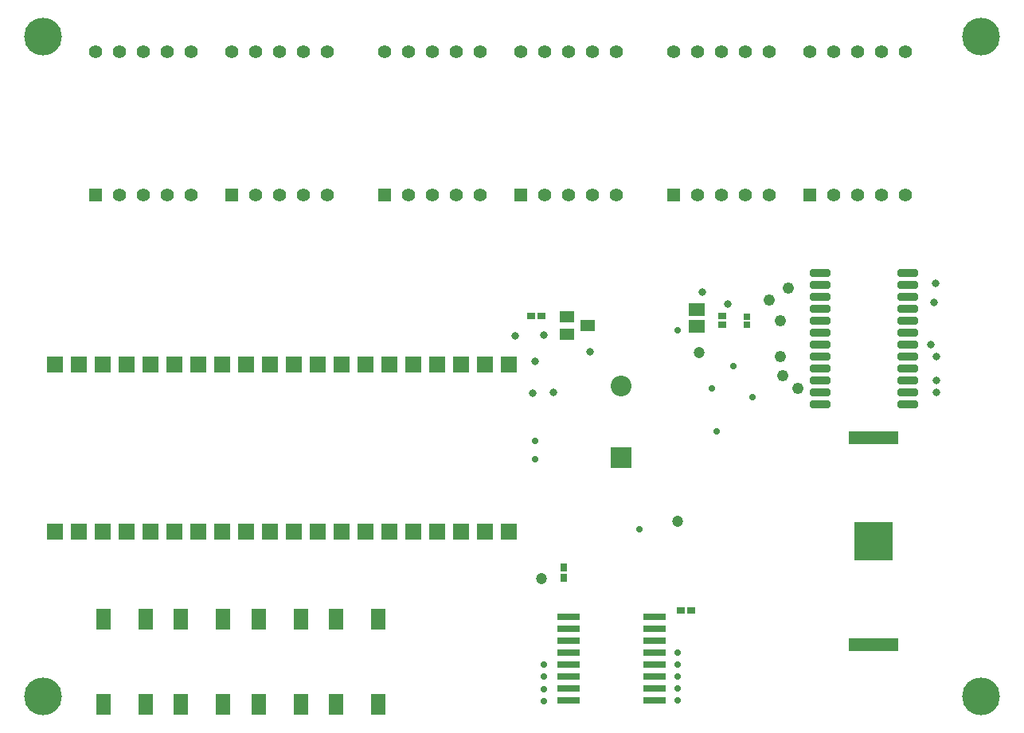
<source format=gts>
G04*
G04 #@! TF.GenerationSoftware,Altium Limited,Altium Designer,25.8.1 (18)*
G04*
G04 Layer_Color=8388736*
%FSLAX25Y25*%
%MOIN*%
G70*
G04*
G04 #@! TF.SameCoordinates,1EE29D71-5A0B-43A1-B93D-2EDC50B85403*
G04*
G04*
G04 #@! TF.FilePolarity,Negative*
G04*
G01*
G75*
%ADD24R,0.03162X0.03005*%
%ADD25R,0.06312X0.09068*%
%ADD26R,0.03241X0.03162*%
%ADD27R,0.06587X0.05328*%
%ADD28R,0.03753X0.03162*%
%ADD29R,0.03162X0.03753*%
%ADD30R,0.09461X0.03162*%
%ADD31R,0.16391X0.16391*%
%ADD32R,0.20800X0.05800*%
G04:AMPARAMS|DCode=33|XSize=88.71mil|YSize=31.23mil|CornerRadius=6.9mil|HoleSize=0mil|Usage=FLASHONLY|Rotation=180.000|XOffset=0mil|YOffset=0mil|HoleType=Round|Shape=RoundedRectangle|*
%AMROUNDEDRECTD33*
21,1,0.08871,0.01742,0,0,180.0*
21,1,0.07490,0.03123,0,0,180.0*
1,1,0.01381,-0.03745,0.00871*
1,1,0.01381,0.03745,0.00871*
1,1,0.01381,0.03745,-0.00871*
1,1,0.01381,-0.03745,-0.00871*
%
%ADD33ROUNDEDRECTD33*%
%ADD34R,0.06312X0.04737*%
%ADD35R,0.06737X0.06737*%
%ADD36R,0.05595X0.05595*%
%ADD37C,0.05595*%
%ADD38R,0.08674X0.08674*%
%ADD39C,0.08674*%
%ADD40C,0.15800*%
%ADD41C,0.04737*%
%ADD42C,0.02800*%
%ADD43C,0.03200*%
%ADD44C,0.04800*%
D24*
X412500Y342213D02*
D03*
Y338787D02*
D03*
D25*
X143142Y179587D02*
D03*
X160858D02*
D03*
X143142Y215413D02*
D03*
X160858D02*
D03*
X175642Y179587D02*
D03*
X193358D02*
D03*
X175642Y215413D02*
D03*
X193358D02*
D03*
X208142Y179587D02*
D03*
X225858D02*
D03*
X208142Y215413D02*
D03*
X225858D02*
D03*
X240642Y179587D02*
D03*
X258358D02*
D03*
X240642Y215413D02*
D03*
X258358D02*
D03*
D26*
X402280Y342357D02*
D03*
Y338735D02*
D03*
D27*
X391500Y338035D02*
D03*
Y344965D02*
D03*
D28*
X389165Y219000D02*
D03*
X384835D02*
D03*
X326665Y342500D02*
D03*
X322335D02*
D03*
D29*
X336000Y237165D02*
D03*
Y232835D02*
D03*
D30*
X337779Y211500D02*
D03*
X374000Y201500D02*
D03*
X337779Y216500D02*
D03*
Y206500D02*
D03*
Y201500D02*
D03*
X374000Y206500D02*
D03*
Y196500D02*
D03*
Y191500D02*
D03*
X337779D02*
D03*
X374000Y181500D02*
D03*
X337779Y196500D02*
D03*
Y186500D02*
D03*
X374000D02*
D03*
X337779Y181500D02*
D03*
X374000Y211500D02*
D03*
Y216500D02*
D03*
D31*
X465500Y248000D02*
D03*
D32*
Y291248D02*
D03*
Y204752D02*
D03*
D33*
X479827Y305500D02*
D03*
Y310500D02*
D03*
Y315500D02*
D03*
Y320500D02*
D03*
Y325500D02*
D03*
Y330500D02*
D03*
Y335500D02*
D03*
Y340500D02*
D03*
Y345500D02*
D03*
Y350500D02*
D03*
Y355500D02*
D03*
Y360500D02*
D03*
X443173D02*
D03*
Y355500D02*
D03*
Y350500D02*
D03*
Y345500D02*
D03*
Y340500D02*
D03*
Y335500D02*
D03*
Y330500D02*
D03*
Y325500D02*
D03*
Y320500D02*
D03*
Y315500D02*
D03*
Y310500D02*
D03*
Y305500D02*
D03*
D34*
X345831Y338500D02*
D03*
X337169Y334760D02*
D03*
Y342240D02*
D03*
D35*
X203000Y252000D02*
D03*
X163000D02*
D03*
X153000D02*
D03*
X143000D02*
D03*
X223000D02*
D03*
X133000D02*
D03*
X183000D02*
D03*
X233000D02*
D03*
X193000D02*
D03*
X173000D02*
D03*
X213000D02*
D03*
X243000D02*
D03*
X123000D02*
D03*
X283000Y322000D02*
D03*
X313000Y252000D02*
D03*
X303000D02*
D03*
X313000Y322000D02*
D03*
X283000Y252000D02*
D03*
X303000Y322000D02*
D03*
X293000D02*
D03*
Y252000D02*
D03*
X253000D02*
D03*
X273000Y322000D02*
D03*
X263000Y252000D02*
D03*
Y322000D02*
D03*
X253000D02*
D03*
X273000Y252000D02*
D03*
X153000Y322000D02*
D03*
X143000D02*
D03*
X133000D02*
D03*
X123000D02*
D03*
X193000D02*
D03*
X203000D02*
D03*
X233000D02*
D03*
X223000D02*
D03*
X173000D02*
D03*
X163000D02*
D03*
X213000D02*
D03*
X243000D02*
D03*
X183000D02*
D03*
D36*
X140000Y393000D02*
D03*
X197000D02*
D03*
X261000D02*
D03*
X318000D02*
D03*
X382000D02*
D03*
X439000D02*
D03*
D37*
X150000D02*
D03*
X160000D02*
D03*
X170000D02*
D03*
X180000D02*
D03*
Y453000D02*
D03*
X170000D02*
D03*
X160000D02*
D03*
X150000D02*
D03*
X140000D02*
D03*
X207000Y393000D02*
D03*
X217000D02*
D03*
X227000D02*
D03*
X237000D02*
D03*
Y453000D02*
D03*
X227000D02*
D03*
X217000D02*
D03*
X207000D02*
D03*
X197000D02*
D03*
X271000Y393000D02*
D03*
X281000D02*
D03*
X291000D02*
D03*
X301000D02*
D03*
Y453000D02*
D03*
X291000D02*
D03*
X281000D02*
D03*
X271000D02*
D03*
X261000D02*
D03*
X328000Y393000D02*
D03*
X338000D02*
D03*
X348000D02*
D03*
X358000D02*
D03*
Y453000D02*
D03*
X348000D02*
D03*
X338000D02*
D03*
X328000D02*
D03*
X318000D02*
D03*
X392000Y393000D02*
D03*
X402000D02*
D03*
X412000D02*
D03*
X422000D02*
D03*
Y453000D02*
D03*
X412000D02*
D03*
X402000D02*
D03*
X392000D02*
D03*
X382000D02*
D03*
X449000Y393000D02*
D03*
X459000D02*
D03*
X469000D02*
D03*
X479000D02*
D03*
Y453000D02*
D03*
X469000D02*
D03*
X459000D02*
D03*
X449000D02*
D03*
X439000D02*
D03*
D38*
X360000Y283039D02*
D03*
D39*
Y312961D02*
D03*
D40*
X510500Y183000D02*
D03*
Y459500D02*
D03*
X118000D02*
D03*
Y183000D02*
D03*
D41*
X392500Y327000D02*
D03*
X383500Y256500D02*
D03*
X326500Y232500D02*
D03*
D42*
X367500Y253000D02*
D03*
X383500Y336500D02*
D03*
X400000Y294000D02*
D03*
X398000Y312000D02*
D03*
X415000Y308500D02*
D03*
X407000Y321500D02*
D03*
X324000Y282500D02*
D03*
Y290000D02*
D03*
X383500Y201500D02*
D03*
Y196500D02*
D03*
Y191500D02*
D03*
Y186500D02*
D03*
Y181500D02*
D03*
X327500Y196500D02*
D03*
Y186000D02*
D03*
Y191500D02*
D03*
Y181000D02*
D03*
D43*
X491000Y348000D02*
D03*
X404500Y347500D02*
D03*
X394000Y352500D02*
D03*
X347000Y327500D02*
D03*
X331500Y310500D02*
D03*
X327500Y334500D02*
D03*
X315500Y334000D02*
D03*
X324000Y323500D02*
D03*
X323000Y310000D02*
D03*
X492000Y315500D02*
D03*
X489500Y330500D02*
D03*
X491500Y356000D02*
D03*
X492000Y310500D02*
D03*
Y325500D02*
D03*
D44*
X426500D02*
D03*
X430000Y354000D02*
D03*
X422000Y349000D02*
D03*
X427500Y317500D02*
D03*
X426500Y340500D02*
D03*
X434000Y312000D02*
D03*
M02*

</source>
